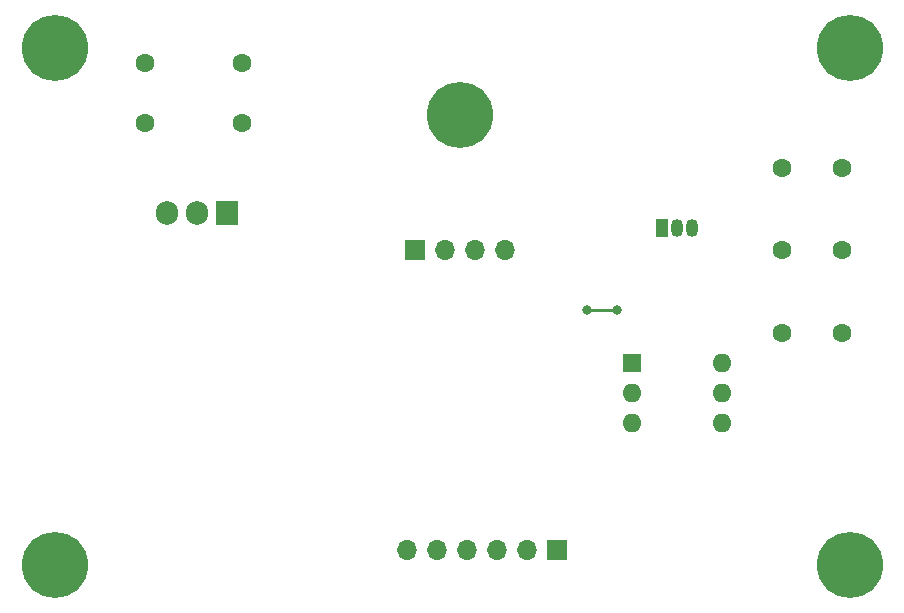
<source format=gbr>
%TF.GenerationSoftware,KiCad,Pcbnew,(5.1.9-0-10_14)*%
%TF.CreationDate,2024-02-19T19:40:51-08:00*%
%TF.ProjectId,TRax-LaserParkDetector,54526178-2d4c-4617-9365-725061726b44,rev?*%
%TF.SameCoordinates,Original*%
%TF.FileFunction,Copper,L2,Bot*%
%TF.FilePolarity,Positive*%
%FSLAX46Y46*%
G04 Gerber Fmt 4.6, Leading zero omitted, Abs format (unit mm)*
G04 Created by KiCad (PCBNEW (5.1.9-0-10_14)) date 2024-02-19 19:40:51*
%MOMM*%
%LPD*%
G01*
G04 APERTURE LIST*
%TA.AperFunction,ComponentPad*%
%ADD10C,5.600000*%
%TD*%
%TA.AperFunction,ComponentPad*%
%ADD11O,1.905000X2.000000*%
%TD*%
%TA.AperFunction,ComponentPad*%
%ADD12R,1.905000X2.000000*%
%TD*%
%TA.AperFunction,ComponentPad*%
%ADD13R,1.700000X1.700000*%
%TD*%
%TA.AperFunction,ComponentPad*%
%ADD14O,1.700000X1.700000*%
%TD*%
%TA.AperFunction,ComponentPad*%
%ADD15O,1.050000X1.500000*%
%TD*%
%TA.AperFunction,ComponentPad*%
%ADD16R,1.050000X1.500000*%
%TD*%
%TA.AperFunction,ComponentPad*%
%ADD17C,1.600000*%
%TD*%
%TA.AperFunction,ComponentPad*%
%ADD18R,1.600000X1.600000*%
%TD*%
%TA.AperFunction,ComponentPad*%
%ADD19O,1.600000X1.600000*%
%TD*%
%TA.AperFunction,ViaPad*%
%ADD20C,0.800000*%
%TD*%
%TA.AperFunction,Conductor*%
%ADD21C,0.250000*%
%TD*%
G04 APERTURE END LIST*
D10*
%TO.P,REF\u002A\u002A,*%
%TO.N,*%
X99695000Y-61595000D03*
%TD*%
D11*
%TO.P,U1,3*%
%TO.N,Net-(J1-Pad5)*%
X74930000Y-69850000D03*
%TO.P,U1,2*%
%TO.N,Net-(R1-Pad2)*%
X77470000Y-69850000D03*
D12*
%TO.P,U1,1*%
%TO.N,Net-(R1-Pad1)*%
X80010000Y-69850000D03*
%TD*%
D10*
%TO.P,REF\u002A\u002A,*%
%TO.N,*%
X65405000Y-55880000D03*
%TD*%
%TO.P,REF\u002A\u002A,*%
%TO.N,*%
X65405000Y-99695000D03*
%TD*%
%TO.P,REF\u002A\u002A,*%
%TO.N,*%
X132715000Y-55880000D03*
%TD*%
%TO.P,REF\u002A\u002A,*%
%TO.N,*%
X132715000Y-99695000D03*
%TD*%
D13*
%TO.P,J1,1*%
%TO.N,N/C*%
X107950000Y-98425000D03*
D14*
%TO.P,J1,2*%
%TO.N,GND*%
X105410000Y-98425000D03*
%TO.P,J1,3*%
%TO.N,Net-(J1-Pad3)*%
X102870000Y-98425000D03*
%TO.P,J1,4*%
%TO.N,Net-(J1-Pad4)*%
X100330000Y-98425000D03*
%TO.P,J1,5*%
%TO.N,Net-(J1-Pad5)*%
X97790000Y-98425000D03*
%TO.P,J1,6*%
%TO.N,N/C*%
X95250000Y-98425000D03*
%TD*%
D15*
%TO.P,Q1,2*%
%TO.N,Net-(Q1-Pad2)*%
X118110000Y-71120000D03*
%TO.P,Q1,3*%
%TO.N,Net-(Q1-Pad3)*%
X119380000Y-71120000D03*
D16*
%TO.P,Q1,1*%
%TO.N,GND*%
X116840000Y-71120000D03*
%TD*%
D17*
%TO.P,R1,1*%
%TO.N,Net-(R1-Pad1)*%
X73025000Y-57150000D03*
%TO.P,R1,2*%
%TO.N,Net-(R1-Pad2)*%
X73025000Y-62230000D03*
%TD*%
%TO.P,R2,2*%
%TO.N,Net-(R1-Pad1)*%
X81280000Y-57150000D03*
%TO.P,R2,1*%
%TO.N,GND*%
X81280000Y-62230000D03*
%TD*%
%TO.P,R3,1*%
%TO.N,Net-(Q1-Pad2)*%
X127000000Y-66040000D03*
%TO.P,R3,2*%
%TO.N,Net-(R3-Pad2)*%
X132080000Y-66040000D03*
%TD*%
%TO.P,R4,2*%
%TO.N,Net-(Q1-Pad3)*%
X132080000Y-73025000D03*
%TO.P,R4,1*%
%TO.N,Net-(R1-Pad2)*%
X127000000Y-73025000D03*
%TD*%
%TO.P,R5,1*%
%TO.N,Net-(R5-Pad1)*%
X127000000Y-80010000D03*
%TO.P,R5,2*%
%TO.N,Net-(Q1-Pad3)*%
X132080000Y-80010000D03*
%TD*%
D18*
%TO.P,U2,1*%
%TO.N,Net-(R5-Pad1)*%
X114300000Y-82550000D03*
D19*
%TO.P,U2,4*%
%TO.N,Net-(J1-Pad3)*%
X121920000Y-87630000D03*
%TO.P,U2,2*%
%TO.N,GND*%
X114300000Y-85090000D03*
%TO.P,U2,5*%
%TO.N,Net-(J1-Pad4)*%
X121920000Y-85090000D03*
%TO.P,U2,3*%
%TO.N,N/C*%
X114300000Y-87630000D03*
%TO.P,U2,6*%
X121920000Y-82550000D03*
%TD*%
D13*
%TO.P,X1,1*%
%TO.N,Net-(R1-Pad2)*%
X95885000Y-73025000D03*
D14*
%TO.P,X1,2*%
%TO.N,GND*%
X98425000Y-73025000D03*
%TO.P,X1,3*%
%TO.N,Net-(R3-Pad2)*%
X100965000Y-73025000D03*
%TO.P,X1,4*%
%TO.N,N/C*%
X103505000Y-73025000D03*
%TD*%
D20*
%TO.N,Net-(R1-Pad2)*%
X113030000Y-78105000D03*
X110490000Y-78105000D03*
%TD*%
D21*
%TO.N,Net-(R1-Pad2)*%
X77470000Y-69850000D02*
X77470000Y-69215000D01*
X110490000Y-78105000D02*
X113030000Y-78105000D01*
%TD*%
M02*

</source>
